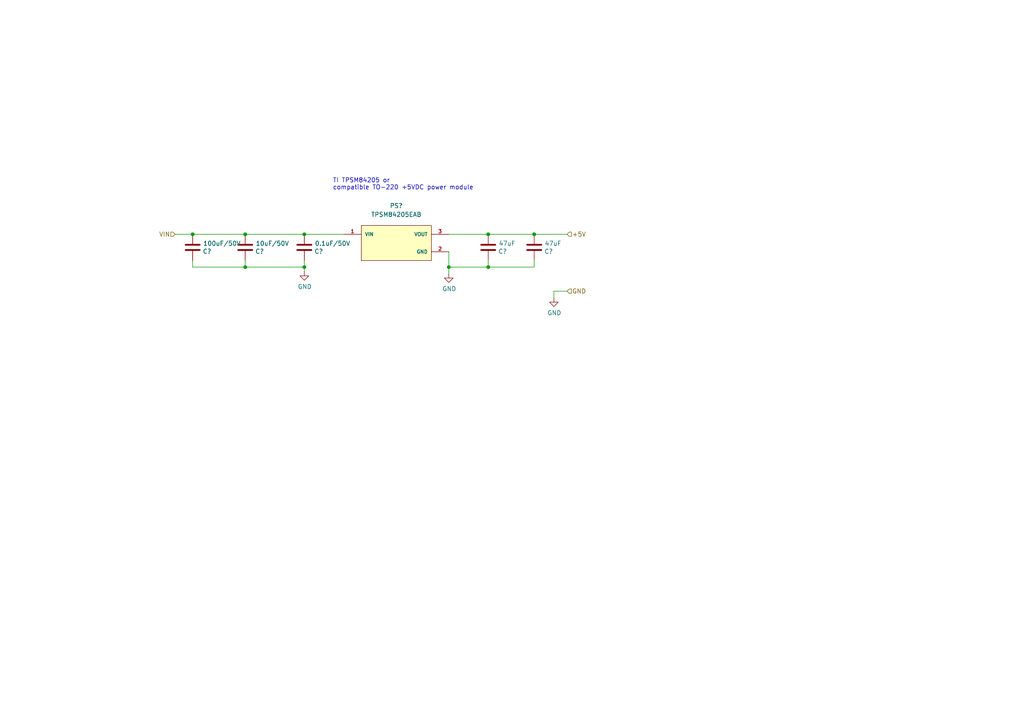
<source format=kicad_sch>
(kicad_sch (version 20211123) (generator eeschema)
  (paper "A4")
  (lib_symbols
    (symbol "Device:C" (pin_numbers hide) (pin_names (offset 0.254))
      (property "Reference" "C" (at 0.635 2.54 0))
      (property "Value" "C" (at 0.635 -2.54 0))
      (symbol "C_0_1"
        (polyline (pts (xy -2.032 -0.762) (xy 2.032 -0.762)) (stroke (width 0.508)))
        (polyline (pts (xy -2.032 0.762) (xy 2.032 0.762)) (stroke (width 0.508)))
      )
      (symbol "C_1_1"
        (pin passive line (at 0 3.81 270) (length 2.794) (name "~") (number "1"))
        (pin passive line (at 0 -3.81 90) (length 2.794) (name "~") (number "2"))
      )
    )
    (symbol "TPSM84205EAB:TPSM84205EAB" (pin_names (offset 1.016))
      (property "Reference" "PS" (at -10.16 5.588 0))
      (property "Value" "TPSM84205EAB" (at -10.16 -7.62 0))
      (symbol "TPSM84205EAB_0_0"
        (rectangle (start -10.16 -5.08) (end 10.16 5.08) (stroke (width 0.1524)) (fill (type background)))
        (pin input line (at -15.24 2.54 0) (length 5.08) (name "VIN") (number "1"))
        (pin power_in line (at 15.24 -2.54 180) (length 5.08) (name "GND") (number "2"))
        (pin output line (at 15.24 2.54 180) (length 5.08) (name "VOUT") (number "3"))
      )
    )
    (symbol "power:GND" (power) (pin_names (offset 0))
      (property "Value" "GND" (at 0 -3.81 0))
      (symbol "GND_0_1"
        (polyline (pts (xy 0 0) (xy 0 -1.27) (xy 1.27 -1.27) (xy 0 -2.54) (xy -1.27 -1.27) (xy 0 -1.27)))
      )
      (symbol "GND_1_1"
        (pin power_in line (at 0 0 270) (length 0) hide (name "GND") (number "1"))
      )
    )
  )
  (junction (at 71.12 67.945))
  (junction (at 88.265 77.47))
  (junction (at 88.265 67.945))
  (junction (at 71.12 77.47))
  (junction (at 55.88 67.945))
  (junction (at 130.175 77.47))
  (junction (at 141.605 67.945))
  (junction (at 154.94 67.945))
  (junction (at 141.605 77.47))
  (wire (pts (xy 154.94 77.47) (xy 141.605 77.47)))
  (wire (pts (xy 50.8 67.945) (xy 55.88 67.945)))
  (wire (pts (xy 88.265 75.565) (xy 88.265 77.47)))
  (wire (pts (xy 141.605 77.47) (xy 130.175 77.47)))
  (wire (pts (xy 71.12 75.565) (xy 71.12 77.47)))
  (wire (pts (xy 130.175 67.945) (xy 141.605 67.945)))
  (wire (pts (xy 55.88 77.47) (xy 71.12 77.47)))
  (wire (pts (xy 141.605 67.945) (xy 154.94 67.945)))
  (wire (pts (xy 154.94 67.945) (xy 164.465 67.945)))
  (wire (pts (xy 55.88 67.945) (xy 71.12 67.945)))
  (wire (pts (xy 55.88 75.565) (xy 55.88 77.47)))
  (wire (pts (xy 88.265 77.47) (xy 88.265 78.74)))
  (wire (pts (xy 71.12 77.47) (xy 88.265 77.47)))
  (wire (pts (xy 154.94 75.565) (xy 154.94 77.47)))
  (wire (pts (xy 130.175 77.47) (xy 130.175 79.375)))
  (wire (pts (xy 141.605 75.565) (xy 141.605 77.47)))
  (wire (pts (xy 130.175 73.025) (xy 130.175 77.47)))
  (wire (pts (xy 164.465 84.455) (xy 160.655 84.455)))
  (wire (pts (xy 71.12 67.945) (xy 88.265 67.945)))
  (wire (pts (xy 88.265 67.945) (xy 99.695 67.945)))
  (wire (pts (xy 160.655 84.455) (xy 160.655 86.36)))
  (text "TI TPSM84205 or \ncompatible TO-220 +5VDC power module" (at 96.52 55.245 0) (effects (font (size 1.27 1.27)) (justify left bottom)))
  (hierarchical_label "GND" (shape input) (at 164.465 84.455 0))
  (hierarchical_label "+5V" (shape input) (at 164.465 67.945 0))
  (hierarchical_label "VIN" (shape input) (at 50.8 67.945 180))
  (symbol (lib_id "power:GND") (at 130.175 79.375 0) (unit 1) (in_bom no) (on_board no)
    (property "Reference" "#PWR?" (effects hide))
    (property "Value" "GND" (at 130.302 83.7692 0))
  )
  (symbol (lib_id "TPSM84205EAB:TPSM84205EAB") (at 114.935 70.485 0) (unit 1)
    (property "Reference" "PS?" (at 114.935 59.69 0))
    (property "Value" "TPSM84205EAB" (at 114.935 62.23 0))
    (property "Footprint" "CONV_TPSM84205EAB" (effects hide))
    (property "STANDARD" "Manufacturer Recommendations" (effects hide))
    (property "MANUFACTURER" "Texas Instruments" (effects hide))
    (property "MAXIMUM_PACKAGE_HEIGHT" "11.1mm" (effects hide))
  )
  (symbol (lib_id "Device:C") (at 71.12 71.755 0) (mirror y) (unit 1)
    (property "Reference" "C?" (at 74.0156 72.9234 0) (effects (justify right)))
    (property "Value" "10uF/50V" (at 74.1426 70.612 0) (effects (justify right)))
    (property "Footprint" "Capacitor_SMD:C_0805_2012Metric" (effects hide))
    (property "LCSC" "C440198" (effects hide))
    (property "Cost" "0.0839" (effects hide))
    (property "Part" "GRM21BR61H106KE43L" (effects hide))
  )
  (symbol (lib_id "Device:C") (at 55.88 71.755 0) (mirror y) (unit 1)
    (property "Reference" "C?" (at 58.7756 72.9234 0) (effects (justify right)))
    (property "Value" "100uF/50V" (at 58.9026 70.612 0) (effects (justify right)))
    (property "Footprint" "Capacitor_SMD:C_0805_2012Metric" (effects hide))
    (property "LCSC" "C440198" (effects hide))
    (property "Cost" "0.0839" (effects hide))
    (property "Part" "GRM21BR61H106KE43L" (effects hide))
  )
  (symbol (lib_id "power:GND") (at 160.655 86.36 0) (unit 1) (in_bom no) (on_board no)
    (property "Reference" "#PWR?" (effects hide))
    (property "Value" "GND" (at 160.782 90.7542 0))
  )
  (symbol (lib_id "Device:C") (at 154.94 71.755 0) (mirror y) (unit 1)
    (property "Reference" "C?" (at 157.8356 72.9234 0) (effects (justify right)))
    (property "Value" "47uF" (at 157.9626 70.612 0) (effects (justify right)))
    (property "Footprint" "Capacitor_SMD:C_1206_3216Metric" (effects hide))
    (property "LCSC" "C440198" (effects hide))
    (property "Cost" "0.0839" (effects hide))
    (property "Part" "GRM21BR61H106KE43L" (effects hide))
  )
  (symbol (lib_id "power:GND") (at 88.265 78.74 0) (unit 1) (in_bom no) (on_board no)
    (property "Reference" "#PWR?" (effects hide))
    (property "Value" "GND" (at 88.392 83.1342 0))
  )
  (symbol (lib_id "Device:C") (at 141.605 71.755 0) (mirror y) (unit 1)
    (property "Reference" "C?" (at 144.5006 72.9234 0) (effects (justify right)))
    (property "Value" "47uF" (at 144.6276 70.612 0) (effects (justify right)))
    (property "Footprint" "Capacitor_SMD:C_1206_3216Metric" (effects hide))
    (property "LCSC" "C440198" (effects hide))
    (property "Cost" "0.0839" (effects hide))
    (property "Part" "GRM21BR61H106KE43L" (effects hide))
  )
  (symbol (lib_id "Device:C") (at 88.265 71.755 0) (mirror y) (unit 1)
    (property "Reference" "C?" (at 91.1606 72.9234 0) (effects (justify right)))
    (property "Value" "0.1uF/50V" (at 91.2876 70.612 0) (effects (justify right)))
    (property "Footprint" "Capacitor_SMD:C_0805_2012Metric" (effects hide))
    (property "LCSC" "C440198" (effects hide))
    (property "Cost" "0.0839" (effects hide))
    (property "Part" "GRM21BR61H106KE43L" (effects hide))
  )
)
</source>
